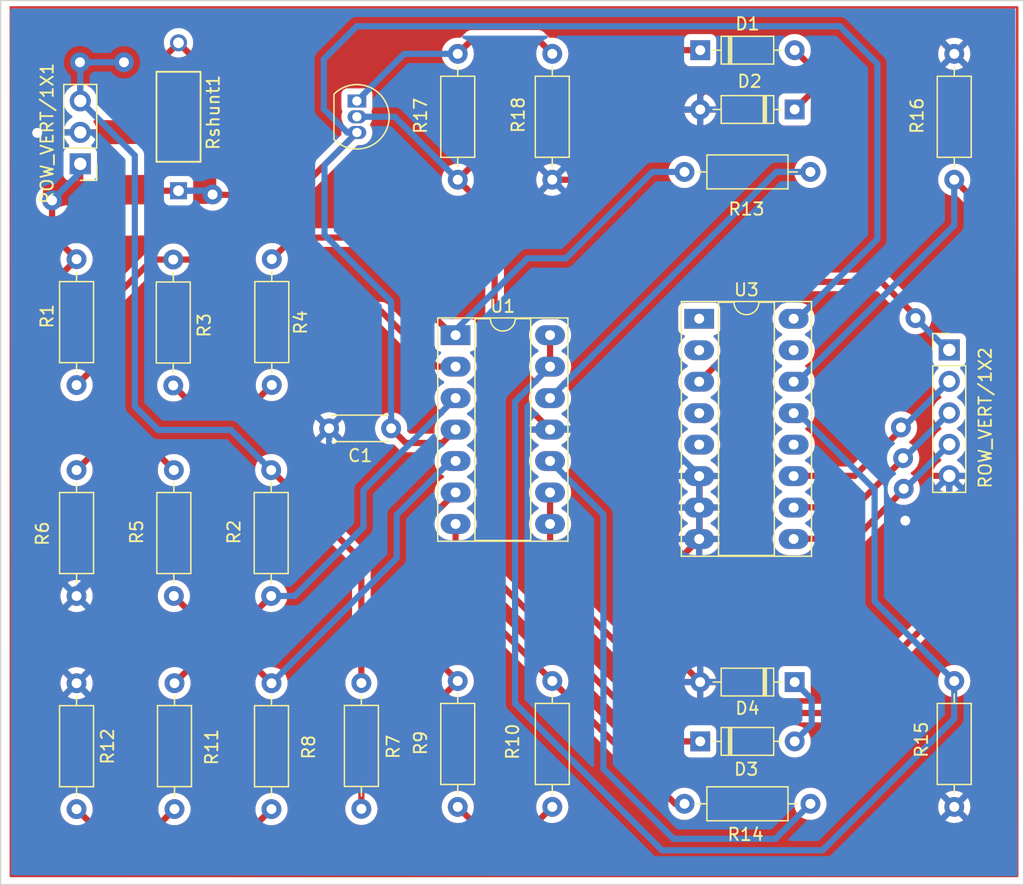
<source format=kicad_pcb>
(kicad_pcb (version 20221018) (generator pcbnew)
  (layers (0 "F.Cu" signal) (31 "B.Cu" signal) (34 "B.Paste" user) (35 "F.Paste" user) (36 "B.SilkS" user "B.Silkscreen") (37 "F.SilkS" user "F.Silkscreen") (38 "B.Mask" user) (39 "F.Mask" user) (44 "Edge.Cuts" user))
  (net 0 "")
  (net 1 "+12V")
  (net 2 "GND")
  (net 3 "V_ESD")
  (net 4 "Net-(D1-A)")
  (net 5 "Net-(D3-A)")
  (net 6 "Net-(R1-Pad2)")
  (net 7 "Net-(R2-Pad2)")
  (net 8 "B+")
  (net 9 "Net-(R3-Pad2)")
  (net 10 "V_shunt1")
  (net 11 "Net-(R5-Pad1)")
  (net 12 "Net-(R7-Pad2)")
  (net 13 "Net-(R11-Pad2)")
  (net 14 "Net-(R10-Pad1)")
  (net 15 "V_shunt2")
  (net 16 "Net-(R11-Pad1)")
  (net 17 "Net-(R13-Pad2)")
  (net 18 "Net-(R14-Pad2)")
  (net 19 "Net-(U3-X0)")
  (net 20 "Net-(U3-X1)")
  (net 21 "Net-(U2-ADJ)")
  (net 22 "V_shunt")
  (net 23 "sel_A")
  (net 24 "sel_B")
  (net 25 "sel_C")
  (footprint "VAMK_CON:ROW_VERT_1x5" (layer "F.Cu") (at 183.5725 103.145)
    (fp_text reference "ROW_VERT/1X2" (at 2.9025 5.48 90) (layer "F.SilkS"))
    (fp_text value "ROW_VERT_1X5" hide)
    (pad "1" thru_hole rect (at 0 0) (size 1.7 1.7) (drill 1) (layers "*.Cu" "*.Mask") (net 22 "V_shunt"))
    (pad "2" thru_hole oval (at 0 2.54) (size 1.7 1.7) (drill 1) (layers "*.Cu" "*.Mask") (net 23 "sel_A"))
    (pad "3" thru_hole oval (at 0 5.08) (size 1.7 1.7) (drill 1) (layers "*.Cu" "*.Mask") (net 24 "sel_B"))
    (pad "4" thru_hole oval (at 0 7.62) (size 1.7 1.7) (drill 1) (layers "*.Cu" "*.Mask") (net 25 "sel_C"))
    (pad "5" thru_hole oval (at 0 10.16) (size 1.7 1.7) (drill 1) (layers "*.Cu" "*.Mask") (net 2 "GND"))
  )
  (footprint "VAMK_R:R3_5W" (layer "F.Cu") (at 121.075 135.2 90)
    (fp_text reference "R11" (at 0 3 90) (layer "F.SilkS"))
    (fp_text value "30k" hide)
    (pad "1" thru_hole circle (at -5 0 90) (size 1.6 1.6) (drill 0.8) (layers "*.Cu" "*.Mask") (net 16 "Net-(R11-Pad1)"))
    (pad "2" thru_hole oval (at 5.16 0 90) (size 1.6 1.6) (drill 0.8) (layers "*.Cu" "*.Mask") (net 13 "Net-(R11-Pad2)"))
  )
  (footprint "VAMK_CON:ROW_VERT_1x3" (layer "F.Cu") (at 113.475 88.125 180)
    (fp_text reference "ROW_VERT/1X1" (at 2.675 2.45 270) (layer "F.SilkS"))
    (fp_text value "ROW_VERT_1X3" hide)
    (pad "1" thru_hole rect (at 0 0 180) (size 1.7 1.7) (drill 1) (layers "*.Cu" "*.Mask") (net 1 "+12V"))
    (pad "2" thru_hole oval (at 0 2.54 180) (size 1.7 1.7) (drill 1) (layers "*.Cu" "*.Mask") (net 2 "GND"))
    (pad "3" thru_hole oval (at 0 5.08 180) (size 1.7 1.7) (drill 1) (layers "*.Cu" "*.Mask") (net 8 "B+"))
  )
  (footprint "Package_DIP:DIP-16_W7.62mm_Socket_LongPads" (layer "F.Cu") (at 163.4 100.625)
    (fp_text reference "U3" (at 3.81 -2.33) (layer "F.SilkS"))
    (fp_text value "CD4051B")
    (pad "1" thru_hole rect (at 0 0) (size 2.4 1.6) (drill 0.8) (layers "*.Cu" "*.Mask"))
    (pad "2" thru_hole oval (at 0 2.54) (size 2.4 1.6) (drill 0.8) (layers "*.Cu" "*.Mask"))
    (pad "3" thru_hole oval (at 0 5.08) (size 2.4 1.6) (drill 0.8) (layers "*.Cu" "*.Mask") (net 22 "V_shunt"))
    (pad "4" thru_hole oval (at 0 7.62) (size 2.4 1.6) (drill 0.8) (layers "*.Cu" "*.Mask"))
    (pad "5" thru_hole oval (at 0 10.16) (size 2.4 1.6) (drill 0.8) (layers "*.Cu" "*.Mask"))
    (pad "6" thru_hole oval (at 0 12.7) (size 2.4 1.6) (drill 0.8) (layers "*.Cu" "*.Mask") (net 2 "GND"))
    (pad "7" thru_hole oval (at 0 15.24) (size 2.4 1.6) (drill 0.8) (layers "*.Cu" "*.Mask") (net 2 "GND"))
    (pad "8" thru_hole oval (at 0 17.78) (size 2.4 1.6) (drill 0.8) (layers "*.Cu" "*.Mask") (net 2 "GND"))
    (pad "9" thru_hole oval (at 7.62 17.78) (size 2.4 1.6) (drill 0.8) (layers "*.Cu" "*.Mask") (net 25 "sel_C"))
    (pad "10" thru_hole oval (at 7.62 15.24) (size 2.4 1.6) (drill 0.8) (layers "*.Cu" "*.Mask") (net 24 "sel_B"))
    (pad "11" thru_hole oval (at 7.62 12.7) (size 2.4 1.6) (drill 0.8) (layers "*.Cu" "*.Mask") (net 23 "sel_A"))
    (pad "12" thru_hole oval (at 7.62 10.16) (size 2.4 1.6) (drill 0.8) (layers "*.Cu" "*.Mask"))
    (pad "13" thru_hole oval (at 7.62 7.62) (size 2.4 1.6) (drill 0.8) (layers "*.Cu" "*.Mask") (net 19 "Net-(U3-X0)"))
    (pad "14" thru_hole oval (at 7.62 5.08) (size 2.4 1.6) (drill 0.8) (layers "*.Cu" "*.Mask") (net 20 "Net-(U3-X1)"))
    (pad "15" thru_hole oval (at 7.62 2.54) (size 2.4 1.6) (drill 0.8) (layers "*.Cu" "*.Mask"))
    (pad "16" thru_hole oval (at 7.62 0) (size 2.4 1.6) (drill 0.8) (layers "*.Cu" "*.Mask") (net 1 "+12V"))
  )
  (footprint "Diode_THT:D_DO-35_SOD27_P7.62mm_Horizontal" (layer "F.Cu") (at 171.1025 83.7375 180)
    (fp_text reference "D2" (at 3.635 2.275) (layer "F.SilkS"))
    (fp_text value "1N4148" hide)
    (pad "1" thru_hole rect (at 0 0 180) (size 1.6 1.6) (drill 0.8) (layers "*.Cu" "*.Mask") (net 4 "Net-(D1-A)"))
    (pad "2" thru_hole oval (at 7.62 0 180) (size 1.6 1.6) (drill 0.8) (layers "*.Cu" "*.Mask") (net 2 "GND"))
  )
  (footprint "VAMK_R:R3_5W" (layer "F.Cu") (at 151.55 135.025 90)
    (fp_text reference "R10" (at 0.265 -3.2 90) (layer "F.SilkS"))
    (fp_text value "2k" hide)
    (pad "1" thru_hole circle (at -5 0 90) (size 1.6 1.6) (drill 0.8) (layers "*.Cu" "*.Mask") (net 14 "Net-(R10-Pad1)"))
    (pad "2" thru_hole oval (at 5.16 0 90) (size 1.6 1.6) (drill 0.8) (layers "*.Cu" "*.Mask") (net 15 "V_shunt2"))
  )
  (footprint "VAMK_R:R3_5W" (layer "F.Cu") (at 167.2125 88.775)
    (fp_text reference "R13" (at 0 3) (layer "F.SilkS"))
    (fp_text value "10k" hide)
    (pad "1" thru_hole circle (at -5 0) (size 1.6 1.6) (drill 0.8) (layers "*.Cu" "*.Mask") (net 10 "V_shunt1"))
    (pad "2" thru_hole oval (at 5.16 0) (size 1.6 1.6) (drill 0.8) (layers "*.Cu" "*.Mask") (net 17 "Net-(R13-Pad2)"))
  )
  (footprint "VAMK_R:R3_5W" (layer "F.Cu") (at 128.9 135.205 90)
    (fp_text reference "R8" (at 0 3 90) (layer "F.SilkS"))
    (fp_text value "910R" hide)
    (pad "1" thru_hole circle (at -5 0 90) (size 1.6 1.6) (drill 0.8) (layers "*.Cu" "*.Mask") (net 1 "+12V"))
    (pad "2" thru_hole oval (at 5.16 0 90) (size 1.6 1.6) (drill 0.8) (layers "*.Cu" "*.Mask") (net 13 "Net-(R11-Pad2)"))
  )
  (footprint "Diode_THT:D_DO-35_SOD27_P7.62mm_Horizontal" (layer "F.Cu") (at 163.4825 134.7375)
    (fp_text reference "D3" (at 3.71 2.25) (layer "F.SilkS"))
    (fp_text value "1N4148" hide)
    (pad "1" thru_hole rect (at 0 0) (size 1.6 1.6) (drill 0.8) (layers "*.Cu" "*.Mask") (net 3 "V_ESD"))
    (pad "2" thru_hole oval (at 7.62 0) (size 1.6 1.6) (drill 0.8) (layers "*.Cu" "*.Mask") (net 5 "Net-(D3-A)"))
  )
  (footprint "VAMK_R:R3_5W" (layer "F.Cu") (at 167.2125 139.775)
    (fp_text reference "R14" (at -0.07 2.475) (layer "F.SilkS"))
    (fp_text value "10k" hide)
    (pad "1" thru_hole circle (at -5 0) (size 1.6 1.6) (drill 0.8) (layers "*.Cu" "*.Mask") (net 15 "V_shunt2"))
    (pad "2" thru_hole oval (at 5.16 0) (size 1.6 1.6) (drill 0.8) (layers "*.Cu" "*.Mask") (net 18 "Net-(R14-Pad2)"))
  )
  (footprint "VAMK_R:R3_5W" (layer "F.Cu") (at 113.175 100.82 -90)
    (fp_text reference "R1" (at -0.395 2.375 90) (layer "F.SilkS"))
    (fp_text value "910R" hide)
    (pad "1" thru_hole circle (at -5 0 270) (size 1.6 1.6) (drill 0.8) (layers "*.Cu" "*.Mask") (net 1 "+12V"))
    (pad "2" thru_hole oval (at 5.16 0 270) (size 1.6 1.6) (drill 0.8) (layers "*.Cu" "*.Mask") (net 6 "Net-(R1-Pad2)"))
  )
  (footprint "VAMK_R:R3_5W" (layer "F.Cu") (at 151.55 84.405 90)
    (fp_text reference "R18" (at 0.225 -2.75 90) (layer "F.SilkS"))
    (fp_text value "620R" hide)
    (pad "1" thru_hole circle (at -5 0 90) (size 1.6 1.6) (drill 0.8) (layers "*.Cu" "*.Mask") (net 2 "GND"))
    (pad "2" thru_hole oval (at 5.16 0 90) (size 1.6 1.6) (drill 0.8) (layers "*.Cu" "*.Mask") (net 21 "Net-(U2-ADJ)"))
  )
  (footprint "VAMK_R:R3_5W" (layer "F.Cu") (at 183.975 84.245 -90)
    (fp_text reference "R16" (at 0 3 90) (layer "F.SilkS"))
    (fp_text value "10k" hide)
    (pad "1" thru_hole circle (at -5 0 270) (size 1.6 1.6) (drill 0.8) (layers "*.Cu" "*.Mask") (net 2 "GND"))
    (pad "2" thru_hole oval (at 5.16 0 270) (size 1.6 1.6) (drill 0.8) (layers "*.Cu" "*.Mask") (net 20 "Net-(U3-X1)"))
  )
  (footprint "WLBR010FET:RES_WH&slash_NB_OHM" (layer "F.Cu") (at 121.4 90.294 90)
    (fp_text reference "Rshunt1" (at 6.319 2.8 90 unlocked) (layer "F.SilkS"))
    (fp_text value "0.01R" hide)
    (pad "1" thru_hole rect (at 0 0 90) (size 1.3716 1.3716) (drill 0.8636) (layers "*.Cu" "*.Mask") (net 1 "+12V"))
    (pad "2" thru_hole circle (at 11.938 0 90) (size 1.3716 1.3716) (drill 0.8636) (layers "*.Cu" "*.Mask") (net 8 "B+"))
  )
  (footprint "VAMK_R:R3_5W" (layer "F.Cu") (at 120.975 100.85 -90)
    (fp_text reference "R3" (at 0.305 -2.5 90) (layer "F.SilkS"))
    (fp_text value "30k" hide)
    (pad "1" thru_hole circle (at -5 0 270) (size 1.6 1.6) (drill 0.8) (layers "*.Cu" "*.Mask") (net 6 "Net-(R1-Pad2)"))
    (pad "2" thru_hole oval (at 5.16 0 270) (size 1.6 1.6) (drill 0.8) (layers "*.Cu" "*.Mask") (net 9 "Net-(R3-Pad2)"))
  )
  (footprint "VAMK_R:R3_5W" (layer "F.Cu") (at 113.175 118.0025 90)
    (fp_text reference "R6" (at 0.03 -2.75 90) (layer "F.SilkS"))
    (fp_text value "2k" hide)
    (pad "1" thru_hole circle (at -5 0 90) (size 1.6 1.6) (drill 0.8) (layers "*.Cu" "*.Mask") (net 2 "GND"))
    (pad "2" thru_hole oval (at 5.16 0 90) (size 1.6 1.6) (drill 0.8) (layers "*.Cu" "*.Mask") (net 11 "Net-(R5-Pad1)"))
  )
  (footprint "VAMK_R:R3_5W" (layer "F.Cu") (at 143.925 84.245 -90)
    (fp_text reference "R17" (at 0 3 90) (layer "F.SilkS"))
    (fp_text value "470R" hide)
    (pad "1" thru_hole circle (at -5 0 270) (size 1.6 1.6) (drill 0.8) (layers "*.Cu" "*.Mask") (net 21 "Net-(U2-ADJ)"))
    (pad "2" thru_hole oval (at 5.16 0 270) (size 1.6 1.6) (drill 0.8) (layers "*.Cu" "*.Mask") (net 3 "V_ESD"))
  )
  (footprint "VAMK_R:R3_5W" (layer "F.Cu") (at 143.925 134.865 -90)
    (fp_text reference "R9" (at 0 3 90) (layer "F.SilkS"))
    (fp_text value "30k" hide)
    (pad "1" thru_hole circle (at -5 0 270) (size 1.6 1.6) (drill 0.8) (layers "*.Cu" "*.Mask") (net 12 "Net-(R7-Pad2)"))
    (pad "2" thru_hole oval (at 5.16 0 270) (size 1.6 1.6) (drill 0.8) (layers "*.Cu" "*.Mask") (net 14 "Net-(R10-Pad1)"))
  )
  (footprint "VAMK_R:R3_5W" (layer "F.Cu") (at 128.875 117.8425 -90)
    (fp_text reference "R2" (at 0 3 90) (layer "F.SilkS"))
    (fp_text value "910R" hide)
    (pad "1" thru_hole circle (at -5 0 270) (size 1.6 1.6) (drill 0.8) (layers "*.Cu" "*.Mask") (net 8 "B+"))
    (pad "2" thru_hole oval (at 5.16 0 270) (size 1.6 1.6) (drill 0.8) (layers "*.Cu" "*.Mask") (net 7 "Net-(R2-Pad2)"))
  )
  (footprint "Diode_THT:D_DO-35_SOD27_P7.62mm_Horizontal" (layer "F.Cu") (at 171.1025 129.95 180)
    (fp_text reference "D4" (at 3.81 -2.12) (layer "F.SilkS"))
    (fp_text value "1N4148" hide)
    (pad "1" thru_hole rect (at 0 0 180) (size 1.6 1.6) (drill 0.8) (layers "*.Cu" "*.Mask") (net 5 "Net-(D3-A)"))
    (pad "2" thru_hole oval (at 7.62 0 180) (size 1.6 1.6) (drill 0.8) (layers "*.Cu" "*.Mask") (net 2 "GND"))
  )
  (footprint "Package_TO_SOT_THT:TO-92_Inline" (layer "F.Cu") (at 135.79 83.055 -90)
    (fp_text reference "U2" hide)
    (fp_text value "LM317L_TO92")
    (pad "1" thru_hole rect (at 0 0 270) (size 1.05 1.5) (drill 0.75) (layers "*.Cu" "*.Mask") (net 21 "Net-(U2-ADJ)"))
    (pad "2" thru_hole oval (at 1.27 0 270) (size 1.05 1.5) (drill 0.75) (layers "*.Cu" "*.Mask") (net 3 "V_ESD"))
    (pad "3" thru_hole oval (at 2.54 0 270) (size 1.05 1.5) (drill 0.75) (layers "*.Cu" "*.Mask") (net 1 "+12V"))
  )
  (footprint "VAMK_R:R3_5W" (layer "F.Cu") (at 121.025 117.8425 -90)
    (fp_text reference "R5" (at 0 3 90) (layer "F.SilkS"))
    (fp_text value "30k" hide)
    (pad "1" thru_hole circle (at -5 0 270) (size 1.6 1.6) (drill 0.8) (layers "*.Cu" "*.Mask") (net 11 "Net-(R5-Pad1)"))
    (pad "2" thru_hole oval (at 5.16 0 270) (size 1.6 1.6) (drill 0.8) (layers "*.Cu" "*.Mask") (net 7 "Net-(R2-Pad2)"))
  )
  (footprint "VAMK_R:R3_5W" (layer "F.Cu") (at 183.975 135.025 90)
    (fp_text reference "R15" (at 0.425 -2.65 90) (layer "F.SilkS"))
    (fp_text value "10k" hide)
    (pad "1" thru_hole circle (at -5 0 90) (size 1.6 1.6) (drill 0.8) (layers "*.Cu" "*.Mask") (net 2 "GND"))
    (pad "2" thru_hole oval (at 5.16 0 90) (size 1.6 1.6) (drill 0.8) (layers "*.Cu" "*.Mask") (net 19 "Net-(U3-X0)"))
  )
  (footprint "VAMK_R:R3_5W" (layer "F.Cu") (at 128.925 100.975 90)
    (fp_text reference "R4" (at 0.055 2.325 90) (layer "F.SilkS"))
    (fp_text value "2k" hide)
    (pad "1" thru_hole circle (at -5 0 90) (size 1.6 1.6) (drill 0.8) (layers "*.Cu" "*.Mask") (net 9 "Net-(R3-Pad2)"))
    (pad "2" thru_hole oval (at 5.16 0 90) (size 1.6 1.6) (drill 0.8) (layers "*.Cu" "*.Mask") (net 10 "V_shunt1"))
  )
  (footprint "VAMK_R:R3_5W" (layer "F.Cu") (at 136.15 135.025 -90)
    (fp_text reference "R7" (at 0.15 -2.575 90) (layer "F.SilkS"))
    (fp_text value "910R" hide)
    (pad "1" thru_hole circle (at -5 0 270) (size 1.6 1.6) (drill 0.8) (layers "*.Cu" "*.Mask") (net 8 "B+"))
    (pad "2" thru_hole oval (at 5.16 0 270) (size 1.6 1.6) (drill 0.8) (layers "*.Cu" "*.Mask") (net 12 "Net-(R7-Pad2)"))
  )
  (footprint "VAMK_R:R3_5W" (layer "F.Cu") (at 113.175 135.045 -90)
    (fp_text reference "R12" (at 0.1 -2.5 90) (layer "F.SilkS"))
    (fp_text value "2k" hide)
    (pad "1" thru_hole circle (at -5 0 270) (size 1.6 1.6) (drill 0.8) (layers "*.Cu" "*.Mask") (net 2 "GND"))
    (pad "2" thru_hole oval (at 5.16 0 270) (size 1.6 1.6) (drill 0.8) (layers "*.Cu" "*.Mask") (net 16 "Net-(R11-Pad1)"))
  )
  (footprint "VAMK_C:C5_0" (layer "F.Cu") (at 138.55 109.475 180)
    (fp_text reference "C1" (at 2.5 -2.2) (layer "F.SilkS"))
    (fp_text value "100NF_50V_CER" hide)
    (pad "1" thru_hole circle (at 0 0 180) (size 1.6 1.6) (drill 0.8) (layers "*.Cu" "*.Mask") (net 1 "+12V"))
    (pad "2" thru_hole circle (at 5 0 180) (size 1.6 1.6) (drill 0.8) (layers "*.Cu" "*.Mask") (net 2 "GND"))
  )
  (footprint "Diode_THT:D_DO-35_SOD27_P7.62mm_Horizontal" (layer "F.Cu") (at 163.4825 78.95)
    (fp_text reference "D1" (at 3.81 -2.12) (layer "F.SilkS"))
    (fp_text value "1N4148" hide)
    (pad "1" thru_hole rect (at 0 0) (size 1.6 1.6) (drill 0.8) (layers "*.Cu" "*.Mask") (net 3 "V_ESD"))
    (pad "2" thru_hole oval (at 7.62 0) (size 1.6 1.6) (drill 0.8) (layers "*.Cu" "*.Mask") (net 4 "Net-(D1-A)"))
  )
  (footprint "Package_DIP:DIP-14_W7.62mm_Socket_LongPads" (layer "F.Cu") (at 143.75 101.95)
    (fp_text reference "U1" (at 3.81 -2.33) (layer "F.SilkS"))
    (fp_text value "LM324NE4")
    (pad "1" thru_hole rect (at 0 0) (size 2.4 1.6) (drill 0.8) (layers "*.Cu" "*.Mask") (net 10 "V_shunt1"))
    (pad "2" thru_hole oval (at 0 2.54) (size 2.4 1.6) (drill 0.8) (layers "*.Cu" "*.Mask") (net 6 "Net-(R1-Pad2)"))
    (pad "3" thru_hole oval (at 0 5.08) (size 2.4 1.6) (drill 0.8) (layers "*.Cu" "*.Mask") (net 7 "Net-(R2-Pad2)"))
    (pad "4" thru_hole oval (at 0 7.62) (size 2.4 1.6) (drill 0.8) (layers "*.Cu" "*.Mask") (net 1 "+12V"))
    (pad "5" thru_hole oval (at 0 10.16) (size 2.4 1.6) (drill 0.8) (layers "*.Cu" "*.Mask") (net 13 "Net-(R11-Pad2)"))
    (pad "6" thru_hole oval (at 0 12.7) (size 2.4 1.6) (drill 0.8) (layers "*.Cu" "*.Mask") (net 12 "Net-(R7-Pad2)"))
    (pad "7" thru_hole oval (at 0 15.24) (size 2.4 1.6) (drill 0.8) (layers "*.Cu" "*.Mask") (net 15 "V_shunt2"))
    (pad "8" thru_hole oval (at 7.62 15.24) (size 2.4 1.6) (drill 0.8) (layers "*.Cu" "*.Mask") (net 20 "Net-(U3-X1)"))
    (pad "9" thru_hole oval (at 7.62 12.7) (size 2.4 1.6) (drill 0.8) (layers "*.Cu" "*.Mask") (net 20 "Net-(U3-X1)"))
    (pad "10" thru_hole oval (at 7.62 10.16) (size 2.4 1.6) (drill 0.8) (layers "*.Cu" "*.Mask") (net 18 "Net-(R14-Pad2)"))
    (pad "11" thru_hole oval (at 7.62 7.62) (size 2.4 1.6) (drill 0.8) (layers "*.Cu" "*.Mask") (net 2 "GND"))
    (pad "12" thru_hole oval (at 7.62 5.08) (size 2.4 1.6) (drill 0.8) (layers "*.Cu" "*.Mask") (net 17 "Net-(R13-Pad2)"))
    (pad "13" thru_hole oval (at 7.62 2.54) (size 2.4 1.6) (drill 0.8) (layers "*.Cu" "*.Mask") (net 19 "Net-(U3-X0)"))
    (pad "14" thru_hole oval (at 7.62 0) (size 2.4 1.6) (drill 0.8) (layers "*.Cu" "*.Mask") (net 19 "Net-(U3-X0)"))
  )
  (gr_rect (start 107.875 75.5) (end 189.05 145.6) (stroke (width 0.2)) (fill none) (layer "F.Cu"))
  (gr_rect (start 107.05 74.95) (end 189.575 146.3) (stroke (width 0.1)) (fill none) (layer "Edge.Cuts"))
  (segment (start 111.2 93.845) (end 113.175 95.82) (width 0.5) (layer "F.Cu") (net 1))
  (segment (start 124.1 90.775) (end 124.125 90.75) (width 0.5) (layer "F.Cu") (net 1))
  (segment (start 124.15 90.6) (end 130.635 90.75) (width 0.5) (layer "F.Cu") (net 1))
  (segment (start 111.2 91.075) (end 111.2 93.845) (width 0.5) (layer "F.Cu") (net 1))
  (segment (start 124.125 90.75) (end 124.15 90.6) (width 0.5) (layer "F.Cu") (net 1))
  (segment (start 112.975 144.3) (end 124.805 144.3) (width 0.5) (layer "F.Cu") (net 1))
  (segment (start 124.805 144.3) (end 128.9 140.205) (width 0.5) (layer "F.Cu") (net 1))
  (segment (start 142.67 110.65) (end 143.75 109.57) (width 0.5) (layer "F.Cu") (net 1))
  (segment (start 139.725 110.65) (end 142.67 110.65) (width 0.5) (layer "F.Cu") (net 1))
  (segment (start 130.635 90.75) (end 135.79 85.595) (width 0.5) (layer "F.Cu") (net 1))
  (segment (start 113.175 95.82) (end 110.15 98.845) (width 0.5) (layer "F.Cu") (net 1))
  (segment (start 110.15 98.845) (end 110.15 141.475) (width 0.5) (layer "F.Cu") (net 1))
  (segment (start 111.2 91.075) (end 111.225 91.075) (width 0.5) (layer "F.Cu") (net 1))
  (segment (start 138.55 109.475) (end 139.725 110.65) (width 0.5) (layer "F.Cu") (net 1))
  (segment (start 111.225 91.075) (end 111.275 91.125) (width 0.5) (layer "F.Cu") (net 1))
  (segment (start 110.15 141.475) (end 112.975 144.3) (width 0.5) (layer "F.Cu") (net 1))
  (via (at 124.15 90.6) (size 1.6) (drill 0.8) (layers "F.Cu" "B.Cu") (net 1))
  (via (at 111.2 91.075) (size 1.6) (drill 0.8) (layers "F.Cu" "B.Cu") (net 1))
  (segment (start 135.02 85.595) (end 135.79 85.595) (width 0.5) (layer "B.Cu") (net 1))
  (segment (start 138.55 99.225) (end 138.55 109.475) (width 0.5) (layer "B.Cu") (net 1))
  (segment (start 177.775 80.05) (end 174.75 77.025) (width 0.5) (layer "B.Cu") (net 1))
  (segment (start 121.4 90.294) (end 123.844 90.294) (width 0.5) (layer "B.Cu") (net 1))
  (segment (start 133.175 93.85) (end 138.55 99.225) (width 0.5) (layer "B.Cu") (net 1))
  (segment (start 133.125 83.7) (end 135.02 85.595) (width 0.5) (layer "B.Cu") (net 1))
  (segment (start 133.175 88.21) (end 133.175 93.85) (width 0.5) (layer "B.Cu") (net 1))
  (segment (start 174.75 77.025) (end 135.775 77.025) (width 0.5) (layer "B.Cu") (net 1))
  (segment (start 135.79 85.595) (end 133.175 88.21) (width 0.5) (layer "B.Cu") (net 1))
  (segment (start 135.775 77.025) (end 133.125 79.675) (width 0.5) (layer "B.Cu") (net 1))
  (segment (start 171.3725 100.605) (end 177.775 94.2025) (width 0.5) (layer "B.Cu") (net 1))
  (segment (start 113.475 88.125) (end 113.475 88.8) (width 0.5) (layer "B.Cu") (net 1))
  (segment (start 123.844 90.294) (end 124.15 90.6) (width 0.5) (layer "B.Cu") (net 1))
  (segment (start 133.125 79.675) (end 133.125 83.7) (width 0.5) (layer "B.Cu") (net 1))
  (segment (start 177.775 94.2025) (end 177.775 80.05) (width 0.5) (layer "B.Cu") (net 1))
  (segment (start 113.475 88.8) (end 111.2 91.075) (width 0.5) (layer "B.Cu") (net 1))
  (segment (start 151.55 89.405) (end 148.525 92.43) (width 0.5) (layer "F.Cu") (net 2))
  (segment (start 181.78 77.05) (end 183.975 79.245) (width 0.5) (layer "F.Cu") (net 2))
  (segment (start 166.9 129.95) (end 163.4825 129.95) (width 0.5) (layer "F.Cu") (net 2))
  (segment (start 179.925 116.925) (end 166.9 129.95) (width 0.5) (layer "F.Cu") (net 2))
  (segment (start 180.025 116.925) (end 179.925 116.925) (width 0.5) (layer "F.Cu") (net 2))
  (segment (start 163.4325 118.385) (end 160.15 121.6675) (width 0.5) (layer "F.Cu") (net 2))
  (segment (start 160.15 121.6675) (end 160.15 126.6175) (width 0.5) (layer "F.Cu") (net 2))
  (segment (start 151.55 89.405) (end 154.745 89.405) (width 0.5) (layer "F.Cu") (net 2))
  (segment (start 111.725 124.4525) (end 111.725 128.595) (width 0.5) (layer "F.Cu") (net 2))
  (segment (start 163.4325 113.305) (end 163.4325 115.845) (width 0.5) (layer "F.Cu") (net 2))
  (segment (start 180.025 116.825) (end 180.025 116.925) (width 0.5) (layer "F.Cu") (net 2))
  (segment (start 111.725 128.595) (end 113.175 130.045) (width 0.5) (layer "F.Cu") (net 2))
  (segment (start 160.4125 83.7375) (end 163.4825 83.7375) (width 0.5) (layer "F.Cu") (net 2))
  (segment (start 148.525 106.725) (end 151.37 109.57) (width 0.5) (layer "F.Cu") (net 2))
  (segment (start 154.745 89.405) (end 160.4125 83.7375) (width 0.5) (layer "F.Cu") (net 2))
  (segment (start 163.4325 115.845) (end 163.4325 118.385) (width 0.5) (layer "F.Cu") (net 2))
  (segment (start 148.525 92.43) (end 148.525 106.725) (width 0.5) (layer "F.Cu") (net 2))
  (segment (start 169 77.05) (end 181.78 77.05) (width 0.5) (layer "F.Cu") (net 2))
  (segment (start 163.4825 83.7375) (end 163.4825 82.5675) (width 0.5) (layer "F.Cu") (net 2))
  (segment (start 163.4825 129.95) (end 160.15 126.6175) (width 0.5) (layer "F.Cu") (net 2))
  (segment (start 163.4825 82.5675) (end 169 77.05) (width 0.5) (layer "F.Cu") (net 2))
  (segment (start 183.5725 113.305) (end 183.545 113.305) (width 0.5) (layer "F.Cu") (net 2))
  (segment (start 113.175 123.0025) (end 111.725 124.4525) (width 0.5) (layer "F.Cu") (net 2))
  (via (at 110 85.625) (size 1.6) (drill 0.8) (layers "F.Cu" "B.Cu") (net 2))
  (via (at 180.025 116.925) (size 1.6) (drill 0.8) (layers "F.Cu" "B.Cu") (net 2))
  (segment (start 116.55 118.95) (end 116.55 119.1) (width 0.5) (layer "B.Cu") (net 2))
  (segment (start 116.625 119.025) (end 116.55 119.1) (width 0.5) (layer "B.Cu") (net 2))
  (segment (start 114.485 85.585) (end 113.475 85.585) (width 0.5) (layer "B.Cu") (net 2))
  (segment (start 117.275 127.1025) (end 117.275 140.2) (width 0.5) (layer "B.Cu") (net 2))
  (segment (start 113.475 85.585) (end 110.04 85.585) (width 0.5) (layer "B.Cu") (net 2))
  (segment (start 116.85 118.8) (end 116.85 87.95) (width 0.5) (layer "B.Cu") (net 2))
  (segment (start 183.5725 113.305) (end 180.025 116.8525) (width 0.5) (layer "B.Cu") (net 2))
  (segment (start 129.7 119.025) (end 116.625 119.025) (width 0.5) (layer "B.Cu") (net 2))
  (segment (start 187.55 136.45) (end 187.55 117.2825) (width 0.5) (layer "B.Cu") (net 2))
  (segment (start 117.275 140.2) (end 121.325 144.25) (width 0.5) (layer "B.Cu") (net 2))
  (segment (start 116.85 87.95) (end 114.485 85.585) (width 0.5) (layer "B.Cu") (net 2))
  (segment (start 110.04 85.585) (end 110 85.625) (width 0.5) (layer "B.Cu") (net 2))
  (segment (start 113.175 123.0025) (end 117.275 127.1025) (width 0.5) (layer "B.Cu") (net 2))
  (segment (start 151.445 109.495) (end 159.6225 109.495) (width 0.5) (layer "B.Cu") (net 2))
  (segment (start 183.975 140.025) (end 187.55 136.45) (width 0.5) (layer "B.Cu") (net 2))
  (segment (start 113.175 122.475) (end 113.175 123.0025) (width 0.5) (layer "B.Cu") (net 2))
  (segment (start 116.55 119.1) (end 113.175 122.475) (width 0.5) (layer "B.Cu") (net 2))
  (segment (start 159.6225 109.495) (end 163.4325 113.305) (width 0.5) (layer "B.Cu") (net 2))
  (segment (start 133.55 115.175) (end 129.7 119.025) (width 0.5) (layer "B.Cu") (net 2))
  (segment (start 151.37 109.57) (end 151.445 109.495) (width 0.5) (layer "B.Cu") (net 2))
  (segment (start 187.55 117.2825) (end 183.5725 113.305) (width 0.5) (layer "B.Cu") (net 2))
  (segment (start 116.55 119.1) (end 116.85 118.8) (width 0.5) (layer "B.Cu") (net 2))
  (segment (start 121.325 144.25) (end 179.75 144.25) (width 0.5) (layer "B.Cu") (net 2))
  (segment (start 133.55 109.475) (end 133.55 115.175) (width 0.5) (layer "B.Cu") (net 2))
  (segment (start 179.75 144.25) (end 183.975 140.025) (width 0.5) (layer "B.Cu") (net 2))
  (segment (start 180.025 116.8525) (end 180.025 116.925) (width 0.5) (layer "B.Cu") (net 2))
  (segment (start 154.875 84.625) (end 160.55 78.95) (width 0.5) (layer "F.Cu") (net 3))
  (segment (start 160.55 78.95) (end 163.4825 78.95) (width 0.5) (layer "F.Cu") (net 3))
  (segment (start 143.925 89.405) (end 148.705 84.625) (width 0.5) (layer "F.Cu") (net 3))
  (segment (start 146.9 121.55) (end 160.0875 134.7375) (width 0.5) (layer "F.Cu") (net 3))
  (segment (start 146.9 92.38) (end 146.9 121.55) (width 0.5) (layer "F.Cu") (net 3))
  (segment (start 143.925 89.405) (end 146.9 92.38) (width 0.5) (layer "F.Cu") (net 3))
  (segment (start 160.0875 134.7375) (end 163.4825 134.7375) (width 0.5) (layer "F.Cu") (net 3))
  (segment (start 148.705 84.625) (end 154.875 84.625) (width 0.5) (layer "F.Cu") (net 3))
  (segment (start 138.845 84.325) (end 143.925 89.405) (width 0.5) (layer "B.Cu") (net 3))
  (segment (start 135.79 84.325) (end 138.845 84.325) (width 0.5) (layer "B.Cu") (net 3))
  (segment (start 172.275 82.565) (end 172.275 80.1225) (width 0.5) (layer "F.Cu") (net 4))
  (segment (start 171.1025 83.7375) (end 172.275 82.565) (width 0.5) (layer "F.Cu") (net 4))
  (segment (start 172.275 80.1225) (end 171.1025 78.95) (width 0.5) (layer "F.Cu") (net 4))
  (segment (start 172.475 133.365) (end 171.1025 134.7375) (width 0.5) (layer "B.Cu") (net 5))
  (segment (start 171.1025 129.95) (end 172.475 131.3225) (width 0.5) (layer "B.Cu") (net 5))
  (segment (start 172.475 131.3225) (end 172.475 133.365) (width 0.5) (layer "B.Cu") (net 5))
  (segment (start 120.975 95.85) (end 122.725 95.85) (width 0.5) (layer "F.Cu") (net 6))
  (segment (start 119.3 95.85) (end 120.975 95.85) (width 0.5) (layer "F.Cu") (net 6))
  (segment (start 113.175 105.975) (end 115.875 103.275) (width 0.5) (layer "F.Cu") (net 6))
  (segment (start 122.725 95.85) (end 126.9 100.025) (width 0.5) (layer "F.Cu") (net 6))
  (segment (start 142.215 104.49) (end 143.75 104.49) (width 0.5) (layer "F.Cu") (net 6))
  (segment (start 126.9 100.025) (end 137.75 100.025) (width 0.5) (layer "F.Cu") (net 6))
  (segment (start 113.175 105.98) (end 113.175 105.975) (width 0.5) (layer "F.Cu") (net 6))
  (segment (start 115.875 103.275) (end 115.875 99.275) (width 0.5) (layer "F.Cu") (net 6))
  (segment (start 137.75 100.025) (end 142.215 104.49) (width 0.5) (layer "F.Cu") (net 6))
  (segment (start 115.875 99.275) (end 119.3 95.85) (width 0.5) (layer "F.Cu") (net 6))
  (segment (start 121.025 123.0025) (end 122.5725 124.55) (width 0.5) (layer "F.Cu") (net 7))
  (segment (start 127.3275 124.55) (end 128.875 123.0025) (width 0.5) (layer "F.Cu") (net 7))
  (segment (start 122.5725 124.55) (end 127.3275 124.55) (width 0.5) (layer "F.Cu") (net 7))
  (segment (start 130.7725 123.0025) (end 128.875 123.0025) (width 0.5) (layer "B.Cu") (net 7))
  (segment (start 136.325 114.455) (end 136.325 117.45) (width 0.5) (layer "B.Cu") (net 7))
  (segment (start 143.75 107.03) (end 136.325 114.455) (width 0.5) (layer "B.Cu") (net 7))
  (segment (start 136.325 117.45) (end 130.7725 123.0025) (width 0.5) (layer "B.Cu") (net 7))
  (segment (start 128.875 112.8425) (end 136.15 120.1175) (width 0.5) (layer "F.Cu") (net 8))
  (segment (start 113.475 83.045) (end 113.475 83) (width 0.5) (layer "F.Cu") (net 8))
  (segment (start 136.15 120.1175) (end 136.15 130.025) (width 0.5) (layer "F.Cu") (net 8))
  (via (at 117 79.925) (size 1.6) (drill 0.8) (layers "F.Cu" "B.Cu") (net 8))
  (via (at 113.45 79.925) (size 1.6) (drill 0.8) (layers "F.Cu" "B.Cu") (net 8))
  (segment (start 125.625 109.6) (end 128.8675 112.8425) (width 0.5) (layer "B.Cu") (net 8))
  (segment (start 113.475 83.045) (end 113.475 79.95) (width 0.5) (layer "B.Cu") (net 8))
  (segment (start 113.45 79.925) (end 117 79.925) (width 0.5) (layer "B.Cu") (net 8))
  (segment (start 117.875 87.445) (end 117.875 107.7) (width 0.5) (layer "B.Cu") (net 8))
  (segment (start 113.475 83.045) (end 117.875 87.445) (width 0.5) (layer "B.Cu") (net 8))
  (segment (start 117.875 107.7) (end 119.775 109.6) (width 0.5) (layer "B.Cu") (net 8))
  (segment (start 113.475 79.95) (end 113.45 79.925) (width 0.5) (layer "B.Cu") (net 8))
  (segment (start 119.775 109.6) (end 125.625 109.6) (width 0.5) (layer "B.Cu") (net 8))
  (segment (start 128.8675 112.8425) (end 128.875 112.8425) (width 0.5) (layer "B.Cu") (net 8))
  (segment (start 120.975 106.01) (end 122.19 107.225) (width 0.5) (layer "F.Cu") (net 9))
  (segment (start 127.675 107.225) (end 128.925 105.975) (width 0.5) (layer "F.Cu") (net 9))
  (segment (start 122.19 107.225) (end 127.675 107.225) (width 0.5) (layer "F.Cu") (net 9))
  (segment (start 135.62 94.075) (end 143.495 101.95) (width 0.5) (layer "F.Cu") (net 10))
  (segment (start 143.495 101.95) (end 143.75 101.95) (width 0.5) (layer "F.Cu") (net 10))
  (segment (start 130.665 94.075) (end 135.62 94.075) (width 0.5) (layer "F.Cu") (net 10))
  (segment (start 128.925 95.815) (end 130.665 94.075) (width 0.5) (layer "F.Cu") (net 10))
  (segment (start 143.75 101.545) (end 143.75 101.95) (width 0.5) (layer "B.Cu") (net 10))
  (segment (start 152.65 95.75) (end 149.545 95.75) (width 0.5) (layer "B.Cu") (net 10))
  (segment (start 162.2125 88.775) (end 159.625 88.775) (width 0.5) (layer "B.Cu") (net 10))
  (segment (start 159.625 88.775) (end 152.65 95.75) (width 0.5) (layer "B.Cu") (net 10))
  (segment (start 149.545 95.75) (end 143.75 101.545) (width 0.5) (layer "B.Cu") (net 10))
  (segment (start 114.6425 111.375) (end 119.5575 111.375) (width 0.5) (layer "F.Cu") (net 11))
  (segment (start 113.175 112.8425) (end 114.6425 111.375) (width 0.5) (layer "F.Cu") (net 11))
  (segment (start 119.5575 111.375) (end 121.025 112.8425) (width 0.5) (layer "F.Cu") (net 11))
  (segment (start 143.925 129.875) (end 143.925 129.865) (width 0.5) (layer "F.Cu") (net 12))
  (segment (start 140.85 126.79) (end 143.925 129.865) (width 0.5) (layer "F.Cu") (net 12))
  (segment (start 136.15 140.185) (end 136.15 137.65) (width 0.5) (layer "F.Cu") (net 12))
  (segment (start 143.75 114.65) (end 140.85 117.55) (width 0.5) (layer "F.Cu") (net 12))
  (segment (start 136.15 137.65) (end 143.925 129.875) (width 0.5) (layer "F.Cu") (net 12))
  (segment (start 140.85 117.55) (end 140.85 126.79) (width 0.5) (layer "F.Cu") (net 12))
  (segment (start 122.515 128.6) (end 127.455 128.6) (width 0.5) (layer "F.Cu") (net 13))
  (segment (start 121.075 130.04) (end 122.515 128.6) (width 0.5) (layer "F.Cu") (net 13))
  (segment (start 127.455 128.6) (end 128.9 130.045) (width 0.5) (layer "F.Cu") (net 13))
  (segment (start 143.345 112.11) (end 139 116.455) (width 0.5) (layer "B.Cu") (net 13))
  (segment (start 139 116.455) (end 139 119.945) (width 0.5) (layer "B.Cu") (net 13))
  (segment (start 143.75 112.11) (end 143.345 112.11) (width 0.5) (layer "B.Cu") (net 13))
  (segment (start 139 119.945) (end 128.9 130.045) (width 0.5) (layer "B.Cu") (net 13))
  (segment (start 143.925 140.025) (end 145.75 141.85) (width 0.5) (layer "F.Cu") (net 14))
  (segment (start 145.75 141.85) (end 149.725 141.85) (width 0.5) (layer "F.Cu") (net 14))
  (segment (start 149.725 141.85) (end 151.55 140.025) (width 0.5) (layer "F.Cu") (net 14))
  (segment (start 143.75 117.19) (end 143.42 117.52) (width 0.5) (layer "F.Cu") (net 15))
  (segment (start 143.75 122.065) (end 151.55 129.865) (width 0.5) (layer "F.Cu") (net 15))
  (segment (start 161.46 139.775) (end 162.2125 139.775) (width 0.5) (layer "F.Cu") (net 15))
  (segment (start 151.55 129.865) (end 161.46 139.775) (width 0.5) (layer "F.Cu") (net 15))
  (segment (start 143.75 117.19) (end 143.75 122.065) (width 0.5) (layer "F.Cu") (net 15))
  (segment (start 113.175 140.205) (end 114.72 141.75) (width 0.5) (layer "F.Cu") (net 16))
  (segment (start 119.525 141.75) (end 121.075 140.2) (width 0.5) (layer "F.Cu") (net 16))
  (segment (start 114.72 141.75) (end 119.525 141.75) (width 0.5) (layer "F.Cu") (net 16))
  (segment (start 169.625 88.775) (end 151.37 107.03) (width 0.5) (layer "B.Cu") (net 17))
  (segment (start 172.3725 88.775) (end 169.625 88.775) (width 0.5) (layer "B.Cu") (net 17))
  (segment (start 155.675 136.95) (end 161.325 142.6) (width 0.5) (layer "B.Cu") (net 18))
  (segment (start 169.5475 142.6) (end 172.3725 139.775) (width 0.5) (layer "B.Cu") (net 18))
  (segment (start 155.675 116.415) (end 155.675 136.95) (width 0.5) (layer "B.Cu") (net 18))
  (segment (start 151.37 112.11) (end 155.675 116.415) (width 0.5) (layer "B.Cu") (net 18))
  (segment (start 161.325 142.6) (end 169.5475 142.6) (width 0.5) (layer "B.Cu") (net 18))
  (segment (start 151.37 101.95) (end 151.37 104.49) (width 0.5) (layer "F.Cu") (net 19))
  (segment (start 148.55 131.675) (end 160.4 143.525) (width 0.5) (layer "B.Cu") (net 19))
  (segment (start 171.3725 108.225) (end 177.55 114.4025) (width 0.5) (layer "B.Cu") (net 19))
  (segment (start 151.37 104.49) (end 148.55 107.31) (width 0.5) (layer "B.Cu") (net 19))
  (segment (start 160.4 143.525) (end 173.35 143.525) (width 0.5) (layer "B.Cu") (net 19))
  (segment (start 148.55 107.31) (end 148.55 131.675) (width 0.5) (layer "B.Cu") (net 19))
  (segment (start 183.975 132.9) (end 183.975 129.865) (width 0.5) (layer "B.Cu") (net 19))
  (segment (start 177.55 114.4025) (end 177.55 123.44) (width 0.5) (layer "B.Cu") (net 19))
  (segment (start 173.35 143.525) (end 183.975 132.9) (width 0.5) (layer "B.Cu") (net 19))
  (segment (start 177.55 123.44) (end 183.975 129.865) (width 0.5) (layer "B.Cu") (net 19))
  (segment (start 187.525 119.475) (end 187.525 92.955) (width 0.5) (layer "F.Cu") (net 20))
  (segment (start 151.375 117.195) (end 151.375 121.425) (width 0.5) (layer "F.Cu") (net 20))
  (segment (start 187.525 92.955) (end 183.975 89.405) (width 0.5) (layer "F.Cu") (net 20))
  (segment (start 151.37 117.19) (end 151.375 117.195) (width 0.5) (layer "F.Cu") (net 20))
  (segment (start 174.55 132.45) (end 187.525 119.475) (width 0.5) (layer "F.Cu") (net 20))
  (segment (start 162.4 132.45) (end 174.55 132.45) (width 0.5) (layer "F.Cu") (net 20))
  (segment (start 151.375 121.425) (end 162.4 132.45) (width 0.5) (layer "F.Cu") (net 20))
  (segment (start 151.37 114.65) (end 151.37 117.19) (width 0.5) (layer "F.Cu") (net 20))
  (segment (start 183.975 89.405) (end 183.975 93.0825) (width 0.5) (layer "B.Cu") (net 20))
  (segment (start 183.975 93.0825) (end 171.3725 105.685) (width 0.5) (layer "B.Cu") (net 20))
  (segment (start 135.79 83.055) (end 135.79 82.91) (width 0.5) (layer "F.Cu") (net 21))
  (segment (start 145.095 78.075) (end 150.38 78.075) (width 0.5) (layer "F.Cu") (net 21))
  (segment (start 143.925 79.245) (end 145.095 78.075) (width 0.5) (layer "F.Cu") (net 21))
  (segment (start 150.38 78.075) (end 151.55 79.245) (width 0.5) (layer "F.Cu") (net 21))
  (segment (start 143.925 79.245) (end 139.6 79.245) (width 0.5) (layer "B.Cu") (net 21))
  (segment (start 139.6 79.245) (end 135.79 83.055) (width 0.5) (layer "B.Cu") (net 21))
  (segment (start 171.4675 97.65) (end 178.1 97.65) (width 0.5) (layer "F.Cu") (net 22))
  (segment (start 180.85 100.575) (end 181.025 100.575) (width 0.5) (layer "F.Cu") (net 22))
  (segment (start 178.1 97.65) (end 180.85 100.4) (width 0.5) (layer "F.Cu") (net 22))
  (segment (start 163.4325 105.685) (end 171.4675 97.65) (width 0.5) (layer "F.Cu") (net 22))
  (segment (start 183.5725 103.1225) (end 183.5725 103.145) (width 0.5) (layer "F.Cu") (net 22))
  (segment (start 180.85 100.4) (end 180.85 100.575) (width 0.5) (layer "F.Cu") (net 22))
  (via (at 180.85 100.575) (size 1.6) (drill 0.8) (layers "F.Cu" "B.Cu") (net 22))
  (segment (start 183.5725 103.145) (end 183.42 103.145) (width 0.5) (layer "B.Cu") (net 22))
  (segment (start 183.42 103.145) (end 180.85 100.575) (width 0.5) (layer "B.Cu") (net 22))
  (segment (start 179.675 109.4) (end 179.8575 109.4) (width 0.5) (layer "F.Cu") (net 23))
  (segment (start 175.9525 113.305) (end 179.675 109.5825) (width 0.5) (layer "F.Cu") (net 23))
  (segment (start 171.3725 113.305) (end 175.9525 113.305) (width 0.5) (layer "F.Cu") (net 23))
  (segment (start 179.675 109.5825) (end 179.675 109.4) (width 0.5) (layer "F.Cu") (net 23))
  (via (at 179.675 109.4) (size 1.6) (drill 0.8) (layers "F.Cu" "B.Cu") (net 23))
  (segment (start 179.8575 109.4) (end 179.675 109.4) (width 0.5) (layer "B.Cu") (net 23))
  (segment (start 183.5725 105.685) (end 179.8575 109.4) (width 0.5) (layer "B.Cu") (net 23))
  (segment (start 179.85 111.875) (end 179.9225 111.875) (width 0.5) (layer "F.Cu") (net 24))
  (segment (start 179.85 111.9475) (end 179.85 111.875) (width 0.5) (layer "F.Cu") (net 24))
  (segment (start 175.9525 115.845) (end 179.85 111.9475) (width 0.5) (layer "F.Cu") (net 24))
  (segment (start 171.3725 115.845) (end 175.9525 115.845) (width 0.5) (layer "F.Cu") (net 24))
  (via (at 179.85 111.875) (size 1.6) (drill 0.8) (layers "F.Cu" "B.Cu") (net 24))
  (segment (start 183.5725 108.225) (end 179.9225 111.875) (width 0.5) (layer "B.Cu") (net 24))
  (segment (start 179.9225 111.875) (end 179.85 111.875) (width 0.5) (layer "B.Cu") (net 24))
  (segment (start 171.3725 118.385) (end 175.9525 118.385) (width 0.5) (layer "F.Cu") (net 25))
  (segment (start 179.9 114.4375) (end 179.9 114.35) (width 0.5) (layer "F.Cu") (net 25))
  (segment (start 175.9525 118.385) (end 179.9 114.4375) (width 0.5) (layer "F.Cu") (net 25))
  (segment (start 179.9 114.35) (end 179.9875 114.35) (width 0.5) (layer "F.Cu") (net 25))
  (via (at 179.9 114.35) (size 1.6) (drill 0.8) (layers "F.Cu" "B.Cu") (net 25))
  (segment (start 179.9875 114.35) (end 179.9 114.35) (width 0.5) (layer "B.Cu") (net 25))
  (segment (start 183.5725 110.765) (end 179.9875 114.35) (width 0.5) (layer "B.Cu") (net 25))
  (zone (net 2) (net_name "GND") (layer "F.Cu") (priority 3) (connect_pads (clearance 0.5)) (min_thickness 0.25) (fill yes (thermal_gap 0.5) (thermal_bridge_width 0.5))
    (polygon (pts (xy 107.95 84.475) (xy 126.875 84.775) (xy 126.95 75.575) (xy 188.75 75.625) (xy 188.975 145.6) (xy 107.675 145.425) (xy 107.825 94) (xy 126.95 93.825) (xy 126.95 86.45) (xy 108 86.6)))
  )
  (zone (net 8) (net_name "B+") (layer "F.Cu") (priority 2) (connect_pads (clearance 2.5)) (min_thickness 0.25) (fill yes (thermal_gap 0.5) (thermal_bridge_width 0.5))
    (polygon (pts (xy 107.875 75.5) (xy 124.525 75.625) (xy 124.5 83.775) (xy 108 83.875)))
  )
  (zone (net 1) (net_name "+12V") (layer "F.Cu") (priority 1) (connect_pads (clearance 2.5)) (min_thickness 0.25) (fill yes (thermal_gap 0.5) (thermal_bridge_width 0.5))
    (polygon (pts (xy 124.475 87.475) (xy 124.45 93.425) (xy 108 93.475) (xy 108.05 87.3) (xy 124.475 87.15)))
  )
  (zone (net 2) (net_name "GND") (layer "B.Cu") (priority 4) (connect_pads (clearance 0.5)) (min_thickness 0.25) (fill yes (thermal_gap 0.5) (thermal_bridge_width 0.5))
    (polygon (pts (xy 118.575 75.6) (xy 188.9 75.6) (xy 189.075 145.625) (xy 107.9 145.55) (xy 107.825 75.6)))
  )
)
</source>
